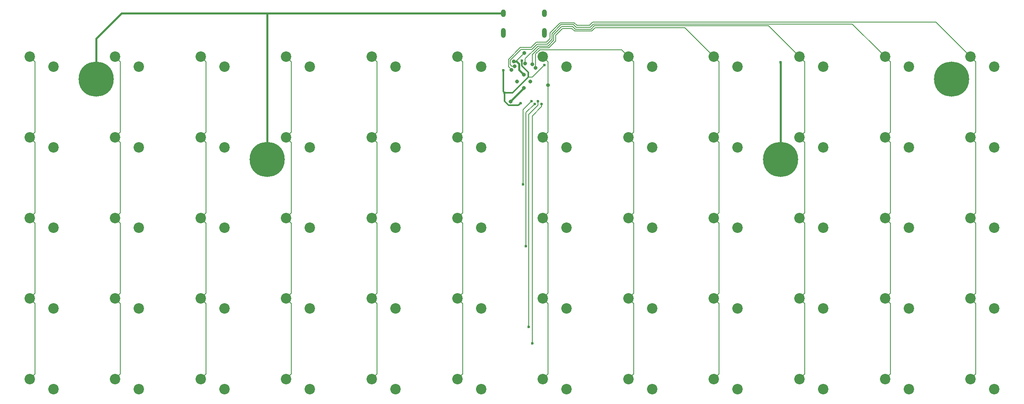
<source format=gtl>
G04 #@! TF.GenerationSoftware,KiCad,Pcbnew,5.1.5+dfsg1-2build2*
G04 #@! TF.CreationDate,2021-05-19T21:40:19+02:00*
G04 #@! TF.ProjectId,ortholinear-keyboard,6f727468-6f6c-4696-9e65-61722d6b6579,rev?*
G04 #@! TF.SameCoordinates,Original*
G04 #@! TF.FileFunction,Copper,L1,Top*
G04 #@! TF.FilePolarity,Positive*
%FSLAX46Y46*%
G04 Gerber Fmt 4.6, Leading zero omitted, Abs format (unit mm)*
G04 Created by KiCad (PCBNEW 5.1.5+dfsg1-2build2) date 2021-05-19 21:40:19*
%MOMM*%
%LPD*%
G04 APERTURE LIST*
%ADD10C,2.200000*%
%ADD11O,1.000000X2.100000*%
%ADD12O,1.000000X1.600000*%
%ADD13C,7.400000*%
%ADD14C,0.800000*%
%ADD15C,0.600000*%
%ADD16C,0.200000*%
%ADD17C,0.400000*%
%ADD18C,0.300000*%
G04 APERTURE END LIST*
D10*
X166000000Y-63900000D03*
X161000000Y-61800000D03*
X148000000Y-63900000D03*
X143000000Y-61800000D03*
X256000000Y-63900000D03*
X251000000Y-61800000D03*
X256000000Y-114900000D03*
X251000000Y-112800000D03*
X256000000Y-131900000D03*
X251000000Y-129800000D03*
X256000000Y-97900000D03*
X251000000Y-95800000D03*
X256000000Y-80900000D03*
X251000000Y-78800000D03*
X238000000Y-131900000D03*
X233000000Y-129800000D03*
X238000000Y-114900000D03*
X233000000Y-112800000D03*
X238000000Y-97900000D03*
X233000000Y-95800000D03*
X238000000Y-80900000D03*
X233000000Y-78800000D03*
X238000000Y-63900000D03*
X233000000Y-61800000D03*
X220000000Y-131900000D03*
X215000000Y-129800000D03*
X220000000Y-114900000D03*
X215000000Y-112800000D03*
X220000000Y-97900000D03*
X215000000Y-95800000D03*
X220000000Y-80900000D03*
X215000000Y-78800000D03*
X220000000Y-63900000D03*
X215000000Y-61800000D03*
X202000000Y-131900000D03*
X197000000Y-129800000D03*
X202000000Y-114900000D03*
X197000000Y-112800000D03*
X202000000Y-97900000D03*
X197000000Y-95800000D03*
X202000000Y-80900000D03*
X197000000Y-78800000D03*
X202000000Y-63900000D03*
X197000000Y-61800000D03*
X184000000Y-131900000D03*
X179000000Y-129800000D03*
X184000000Y-114900000D03*
X179000000Y-112800000D03*
X184000000Y-97900000D03*
X179000000Y-95800000D03*
X184000000Y-80900000D03*
X179000000Y-78800000D03*
X184000000Y-63900000D03*
X179000000Y-61800000D03*
X166000000Y-131900000D03*
X161000000Y-129800000D03*
X166000000Y-114900000D03*
X161000000Y-112800000D03*
X166000000Y-97900000D03*
X161000000Y-95800000D03*
X166000000Y-80900000D03*
X161000000Y-78800000D03*
X148000000Y-131900000D03*
X143000000Y-129800000D03*
X148000000Y-114900000D03*
X143000000Y-112800000D03*
X148000000Y-97900000D03*
X143000000Y-95800000D03*
X148000000Y-80900000D03*
X143000000Y-78800000D03*
X130000000Y-131900000D03*
X125000000Y-129800000D03*
X130000000Y-114900000D03*
X125000000Y-112800000D03*
X130000000Y-97900000D03*
X125000000Y-95800000D03*
X130000000Y-80900000D03*
X125000000Y-78800000D03*
X130000000Y-63900000D03*
X125000000Y-61800000D03*
X112000000Y-131900000D03*
X107000000Y-129800000D03*
X112000000Y-114900000D03*
X107000000Y-112800000D03*
X112000000Y-97900000D03*
X107000000Y-95800000D03*
X112000000Y-80900000D03*
X107000000Y-78800000D03*
X112000000Y-63900000D03*
X107000000Y-61800000D03*
X94000000Y-131900000D03*
X89000000Y-129800000D03*
X94000000Y-114900000D03*
X89000000Y-112800000D03*
X94000000Y-97900000D03*
X89000000Y-95800000D03*
X94000000Y-80900000D03*
X89000000Y-78800000D03*
X94000000Y-63900000D03*
X89000000Y-61800000D03*
X76000000Y-131900000D03*
X71000000Y-129800000D03*
X76000000Y-114900000D03*
X71000000Y-112800000D03*
X76000000Y-97900000D03*
X71000000Y-95800000D03*
X76000000Y-80900000D03*
X71000000Y-78800000D03*
X76000000Y-63900000D03*
X71000000Y-61800000D03*
X58000000Y-131900000D03*
X53000000Y-129800000D03*
X58000000Y-114900000D03*
X53000000Y-112800000D03*
X58000000Y-97900000D03*
X53000000Y-95800000D03*
X58000000Y-80900000D03*
X53000000Y-78800000D03*
X58000000Y-63900000D03*
X53000000Y-61800000D03*
D11*
X152680000Y-56835000D03*
X161320000Y-56835000D03*
D12*
X152680000Y-52655000D03*
X161320000Y-52655000D03*
D13*
X247000000Y-66500000D03*
X211000000Y-83500000D03*
X103000000Y-83500000D03*
X67000000Y-66500000D03*
D14*
X155600000Y-67000000D03*
X158400000Y-67000000D03*
X157000000Y-65600000D03*
X157000000Y-68400000D03*
X154899996Y-62800000D03*
X157099996Y-61010190D03*
X154250000Y-71250000D03*
D15*
X211000000Y-63000000D03*
X152700000Y-64700000D03*
X152900000Y-69400000D03*
X156300000Y-71600000D03*
X156550000Y-62650002D03*
X161300000Y-63600000D03*
X156800000Y-88742462D03*
X158600000Y-71200000D03*
X159250000Y-71750000D03*
X157400000Y-101742462D03*
X158000000Y-118742462D03*
X160000000Y-71200000D03*
X158742462Y-122257538D03*
X160750000Y-71750000D03*
D14*
X162099999Y-67800001D03*
X154412661Y-64605972D03*
X155039370Y-63826703D03*
X157300000Y-63200000D03*
X158788939Y-63364648D03*
X159488258Y-64185982D03*
D16*
X155350000Y-62800000D02*
X157099996Y-61050004D01*
X157099996Y-61050004D02*
X157099996Y-61010190D01*
X154899996Y-62800000D02*
X155350000Y-62800000D01*
D17*
X157000000Y-68400000D02*
X154250000Y-71150000D01*
X154250000Y-71150000D02*
X154250000Y-71250000D01*
X157000000Y-65600000D02*
X155999989Y-64599989D01*
X155999989Y-64599989D02*
X155999989Y-63334308D01*
X155999989Y-63334308D02*
X155465681Y-62800000D01*
X155465681Y-62800000D02*
X154899996Y-62800000D01*
X72345000Y-52655000D02*
X152680000Y-52655000D01*
X67000000Y-58000000D02*
X72345000Y-52655000D01*
X67000000Y-66500000D02*
X67000000Y-58000000D01*
X211000000Y-83500000D02*
X211000000Y-63000000D01*
X103000000Y-83500000D02*
X103000000Y-52655000D01*
D18*
X152700000Y-69200000D02*
X152900000Y-69400000D01*
X152700000Y-64700000D02*
X152700000Y-69200000D01*
X156300000Y-71600000D02*
X155850000Y-72050000D01*
X155850000Y-72050000D02*
X153750000Y-72050000D01*
X152900000Y-71200000D02*
X152900000Y-69400000D01*
X153750000Y-72050000D02*
X152900000Y-71200000D01*
X156550000Y-62650002D02*
X156550000Y-63750000D01*
X156550000Y-63750000D02*
X157900000Y-65100000D01*
X157900000Y-65100000D02*
X157900000Y-66150000D01*
X154650000Y-69400000D02*
X152900000Y-69400000D01*
X157900000Y-66150000D02*
X154650000Y-69400000D01*
D16*
X158750000Y-66150000D02*
X157900000Y-66150000D01*
X161300000Y-63600000D02*
X158750000Y-66150000D01*
X156800000Y-73000000D02*
X158600000Y-71200000D01*
X156800000Y-88742462D02*
X156800000Y-73000000D01*
X157400000Y-101318198D02*
X157400000Y-101742462D01*
X157400000Y-73600000D02*
X157400000Y-101318198D01*
X159250000Y-71750000D02*
X157400000Y-73600000D01*
X158000000Y-74000000D02*
X160000000Y-72000000D01*
X160000000Y-71624264D02*
X160000000Y-71200000D01*
X158000000Y-118742462D02*
X158000000Y-74000000D01*
X160000000Y-72000000D02*
X160000000Y-71624264D01*
X160750000Y-71750000D02*
X160750000Y-72315700D01*
X160750000Y-72315700D02*
X158742462Y-74323238D01*
X158742462Y-74323238D02*
X158742462Y-121691853D01*
X158742462Y-121691853D02*
X158742462Y-122257538D01*
X54099999Y-77700001D02*
X53000000Y-78800000D01*
X54099999Y-62899999D02*
X54099999Y-77700001D01*
X53000000Y-61800000D02*
X54099999Y-62899999D01*
X54099999Y-94700001D02*
X53000000Y-95800000D01*
X54099999Y-79899999D02*
X54099999Y-94700001D01*
X53000000Y-78800000D02*
X54099999Y-79899999D01*
X54099999Y-111700001D02*
X53000000Y-112800000D01*
X54099999Y-96899999D02*
X54099999Y-111700001D01*
X53000000Y-95800000D02*
X54099999Y-96899999D01*
X54099999Y-128700001D02*
X53000000Y-129800000D01*
X54099999Y-113899999D02*
X54099999Y-128700001D01*
X53000000Y-112800000D02*
X54099999Y-113899999D01*
X72099999Y-77700001D02*
X71000000Y-78800000D01*
X72099999Y-79899999D02*
X72099999Y-94700001D01*
X71000000Y-112800000D02*
X72099999Y-113899999D01*
X71000000Y-78800000D02*
X72099999Y-79899999D01*
X72099999Y-94700001D02*
X71000000Y-95800000D01*
X72099999Y-62899999D02*
X72099999Y-77700001D01*
X72099999Y-111700001D02*
X71000000Y-112800000D01*
X71000000Y-95800000D02*
X72099999Y-96899999D01*
X71000000Y-61800000D02*
X72099999Y-62899999D01*
X72099999Y-96899999D02*
X72099999Y-111700001D01*
X72099999Y-128700001D02*
X71000000Y-129800000D01*
X72099999Y-113899999D02*
X72099999Y-128700001D01*
X90099999Y-77700001D02*
X89000000Y-78800000D01*
X90099999Y-79899999D02*
X90099999Y-94700001D01*
X89000000Y-112800000D02*
X90099999Y-113899999D01*
X89000000Y-78800000D02*
X90099999Y-79899999D01*
X90099999Y-94700001D02*
X89000000Y-95800000D01*
X90099999Y-62899999D02*
X90099999Y-77700001D01*
X90099999Y-111700001D02*
X89000000Y-112800000D01*
X89000000Y-95800000D02*
X90099999Y-96899999D01*
X89000000Y-61800000D02*
X90099999Y-62899999D01*
X90099999Y-96899999D02*
X90099999Y-111700001D01*
X90099999Y-128700001D02*
X89000000Y-129800000D01*
X90099999Y-113899999D02*
X90099999Y-128700001D01*
X108099999Y-77700001D02*
X107000000Y-78800000D01*
X108099999Y-79899999D02*
X108099999Y-94700001D01*
X107000000Y-112800000D02*
X108099999Y-113899999D01*
X107000000Y-78800000D02*
X108099999Y-79899999D01*
X108099999Y-94700001D02*
X107000000Y-95800000D01*
X108099999Y-62899999D02*
X108099999Y-77700001D01*
X108099999Y-111700001D02*
X107000000Y-112800000D01*
X107000000Y-95800000D02*
X108099999Y-96899999D01*
X107000000Y-61800000D02*
X108099999Y-62899999D01*
X108099999Y-96899999D02*
X108099999Y-111700001D01*
X108099999Y-128700001D02*
X107000000Y-129800000D01*
X108099999Y-113899999D02*
X108099999Y-128700001D01*
X126099999Y-77700001D02*
X125000000Y-78800000D01*
X126099999Y-79899999D02*
X126099999Y-94700001D01*
X125000000Y-112800000D02*
X126099999Y-113899999D01*
X125000000Y-78800000D02*
X126099999Y-79899999D01*
X126099999Y-94700001D02*
X125000000Y-95800000D01*
X126099999Y-62899999D02*
X126099999Y-77700001D01*
X126099999Y-111700001D02*
X125000000Y-112800000D01*
X125000000Y-95800000D02*
X126099999Y-96899999D01*
X125000000Y-61800000D02*
X126099999Y-62899999D01*
X126099999Y-96899999D02*
X126099999Y-111700001D01*
X126099999Y-128700001D02*
X125000000Y-129800000D01*
X126099999Y-113899999D02*
X126099999Y-128700001D01*
X144099999Y-77700001D02*
X143000000Y-78800000D01*
X144099999Y-79899999D02*
X144099999Y-94700001D01*
X143000000Y-112800000D02*
X144099999Y-113899999D01*
X143000000Y-78800000D02*
X144099999Y-79899999D01*
X144099999Y-94700001D02*
X143000000Y-95800000D01*
X144099999Y-62899999D02*
X144099999Y-77700001D01*
X144099999Y-111700001D02*
X143000000Y-112800000D01*
X143000000Y-95800000D02*
X144099999Y-96899999D01*
X143000000Y-61800000D02*
X144099999Y-62899999D01*
X144099999Y-96899999D02*
X144099999Y-111700001D01*
X144099999Y-128700001D02*
X143000000Y-129800000D01*
X144099999Y-113899999D02*
X144099999Y-128700001D01*
X162099999Y-77700001D02*
X161000000Y-78800000D01*
X162099999Y-79899999D02*
X162099999Y-94700001D01*
X161000000Y-112800000D02*
X162099999Y-113899999D01*
X161000000Y-78800000D02*
X162099999Y-79899999D01*
X162099999Y-94700001D02*
X161000000Y-95800000D01*
X162099999Y-62899999D02*
X162099999Y-67800001D01*
X162099999Y-111700001D02*
X161000000Y-112800000D01*
X161000000Y-95800000D02*
X162099999Y-96899999D01*
X161000000Y-61800000D02*
X162099999Y-62899999D01*
X162099999Y-96899999D02*
X162099999Y-111700001D01*
X162099999Y-128700001D02*
X161000000Y-129800000D01*
X162099999Y-113899999D02*
X162099999Y-128700001D01*
X162099999Y-67800001D02*
X162099999Y-77700001D01*
X180099999Y-77700001D02*
X179000000Y-78800000D01*
X180099999Y-79899999D02*
X180099999Y-94700001D01*
X179000000Y-112800000D02*
X180099999Y-113899999D01*
X179000000Y-78800000D02*
X180099999Y-79899999D01*
X180099999Y-94700001D02*
X179000000Y-95800000D01*
X180099999Y-62899999D02*
X180099999Y-77700001D01*
X180099999Y-111700001D02*
X179000000Y-112800000D01*
X179000000Y-95800000D02*
X180099999Y-96899999D01*
X179000000Y-61800000D02*
X180099999Y-62899999D01*
X180099999Y-96899999D02*
X180099999Y-111700001D01*
X180099999Y-128700001D02*
X179000000Y-129800000D01*
X180099999Y-113899999D02*
X180099999Y-128700001D01*
X198099999Y-77700001D02*
X197000000Y-78800000D01*
X198099999Y-79899999D02*
X198099999Y-94700001D01*
X197000000Y-112800000D02*
X198099999Y-113899999D01*
X197000000Y-78800000D02*
X198099999Y-79899999D01*
X198099999Y-94700001D02*
X197000000Y-95800000D01*
X198099999Y-62899999D02*
X198099999Y-77700001D01*
X198099999Y-111700001D02*
X197000000Y-112800000D01*
X197000000Y-95800000D02*
X198099999Y-96899999D01*
X197000000Y-61800000D02*
X198099999Y-62899999D01*
X198099999Y-96899999D02*
X198099999Y-111700001D01*
X198099999Y-128700001D02*
X197000000Y-129800000D01*
X198099999Y-113899999D02*
X198099999Y-128700001D01*
X216099999Y-77700001D02*
X215000000Y-78800000D01*
X216099999Y-79899999D02*
X216099999Y-94700001D01*
X215000000Y-112800000D02*
X216099999Y-113899999D01*
X215000000Y-78800000D02*
X216099999Y-79899999D01*
X216099999Y-94700001D02*
X215000000Y-95800000D01*
X216099999Y-62899999D02*
X216099999Y-77700001D01*
X216099999Y-111700001D02*
X215000000Y-112800000D01*
X215000000Y-95800000D02*
X216099999Y-96899999D01*
X215000000Y-61800000D02*
X216099999Y-62899999D01*
X216099999Y-96899999D02*
X216099999Y-111700001D01*
X216099999Y-128700001D02*
X215000000Y-129800000D01*
X216099999Y-113899999D02*
X216099999Y-128700001D01*
X234099999Y-77700001D02*
X233000000Y-78800000D01*
X234099999Y-79899999D02*
X234099999Y-94700001D01*
X233000000Y-112800000D02*
X234099999Y-113899999D01*
X233000000Y-78800000D02*
X234099999Y-79899999D01*
X234099999Y-94700001D02*
X233000000Y-95800000D01*
X234099999Y-62899999D02*
X234099999Y-77700001D01*
X234099999Y-111700001D02*
X233000000Y-112800000D01*
X233000000Y-95800000D02*
X234099999Y-96899999D01*
X233000000Y-61800000D02*
X234099999Y-62899999D01*
X234099999Y-96899999D02*
X234099999Y-111700001D01*
X234099999Y-128700001D02*
X233000000Y-129800000D01*
X234099999Y-113899999D02*
X234099999Y-128700001D01*
X159488258Y-63620297D02*
X159488940Y-63619615D01*
X177900001Y-60700001D02*
X179000000Y-61800000D01*
X177550044Y-60350044D02*
X177900001Y-60700001D01*
X159488258Y-64185982D02*
X159488258Y-63620297D01*
X159488940Y-63619615D02*
X159488940Y-61239058D01*
X160377954Y-60350044D02*
X177550044Y-60350044D01*
X159488940Y-61239058D02*
X160377954Y-60350044D01*
X163700033Y-58497067D02*
X163700033Y-57297067D01*
X171997067Y-55700033D02*
X190900033Y-55700033D01*
X171297067Y-56400033D02*
X171997067Y-55700033D01*
X158788939Y-61373359D02*
X160212265Y-59950033D01*
X158788939Y-63364648D02*
X158788939Y-61373359D01*
X167100000Y-55850000D02*
X167650033Y-56400033D01*
X162247067Y-59950033D02*
X163700033Y-58497067D01*
X163700033Y-57297067D02*
X165147100Y-55850000D01*
X190900033Y-55700033D02*
X195900001Y-60700001D01*
X167650033Y-56400033D02*
X171297067Y-56400033D01*
X195900001Y-60700001D02*
X197000000Y-61800000D01*
X165147100Y-55850000D02*
X167100000Y-55850000D01*
X160212265Y-59950033D02*
X162247067Y-59950033D01*
X167815722Y-56000022D02*
X171131378Y-56000022D01*
X171131378Y-56000022D02*
X171831378Y-55300022D01*
X157300000Y-62181400D02*
X159931378Y-59550022D01*
X159931378Y-59550022D02*
X162081378Y-59550022D01*
X164981411Y-55449989D02*
X167265689Y-55449989D01*
X167265689Y-55449989D02*
X167815722Y-56000022D01*
X171831378Y-55300022D02*
X208500022Y-55300022D01*
X208500022Y-55300022D02*
X213900001Y-60700001D01*
X163300022Y-57131378D02*
X164981411Y-55449989D01*
X163300022Y-58331378D02*
X163300022Y-57131378D01*
X213900001Y-60700001D02*
X215000000Y-61800000D01*
X157300000Y-63200000D02*
X157300000Y-62181400D01*
X162081378Y-59550022D02*
X163300022Y-58331378D01*
X154150011Y-63503029D02*
X154150011Y-62515689D01*
X155039370Y-63826703D02*
X154473685Y-63826703D01*
X156415689Y-60250011D02*
X158665689Y-60250011D01*
X167431378Y-55049978D02*
X167981411Y-55600011D01*
X167981411Y-55600011D02*
X170965689Y-55600011D01*
X161915689Y-59150011D02*
X162900011Y-58165689D01*
X154473685Y-63826703D02*
X154150011Y-63503029D01*
X158665689Y-60250011D02*
X159765689Y-59150011D01*
X164815722Y-55049978D02*
X167431378Y-55049978D01*
X162900011Y-56965689D02*
X164815722Y-55049978D01*
X171665689Y-54900011D02*
X226100011Y-54900011D01*
X226100011Y-54900011D02*
X231900001Y-60700001D01*
X170965689Y-55600011D02*
X171665689Y-54900011D01*
X231900001Y-60700001D02*
X233000000Y-61800000D01*
X154150011Y-62515689D02*
X156415689Y-60250011D01*
X159765689Y-59150011D02*
X161915689Y-59150011D01*
X162900011Y-58165689D02*
X162900011Y-56965689D01*
X252099999Y-77700001D02*
X251000000Y-78800000D01*
X252099999Y-79899999D02*
X252099999Y-94700001D01*
X251000000Y-112800000D02*
X252099999Y-113899999D01*
X251000000Y-78800000D02*
X252099999Y-79899999D01*
X252099999Y-94700001D02*
X251000000Y-95800000D01*
X252099999Y-62899999D02*
X252099999Y-77700001D01*
X252099999Y-111700001D02*
X251000000Y-112800000D01*
X251000000Y-95800000D02*
X252099999Y-96899999D01*
X251000000Y-61800000D02*
X252099999Y-62899999D01*
X252099999Y-96899999D02*
X252099999Y-111700001D01*
X252099999Y-128700001D02*
X251000000Y-129800000D01*
X252099999Y-113899999D02*
X252099999Y-128700001D01*
X249900001Y-60700001D02*
X251000000Y-61800000D01*
X243700000Y-54500000D02*
X249900001Y-60700001D01*
X170800000Y-55200000D02*
X171500000Y-54500000D01*
X171500000Y-54500000D02*
X243700000Y-54500000D01*
X154412661Y-64605972D02*
X153750000Y-63943311D01*
X162500000Y-58000000D02*
X162500000Y-56800000D01*
X159600000Y-58750000D02*
X161750000Y-58750000D01*
X164650033Y-54649967D02*
X167597067Y-54649967D01*
X153750000Y-63943311D02*
X153750000Y-62350000D01*
X158500000Y-59850000D02*
X159600000Y-58750000D01*
X153750000Y-62350000D02*
X156250000Y-59850000D01*
X161750000Y-58750000D02*
X162500000Y-58000000D01*
X162500000Y-56800000D02*
X164650033Y-54649967D01*
X167597067Y-54649967D02*
X168147100Y-55200000D01*
X156250000Y-59850000D02*
X158500000Y-59850000D01*
X168147100Y-55200000D02*
X170800000Y-55200000D01*
M02*

</source>
